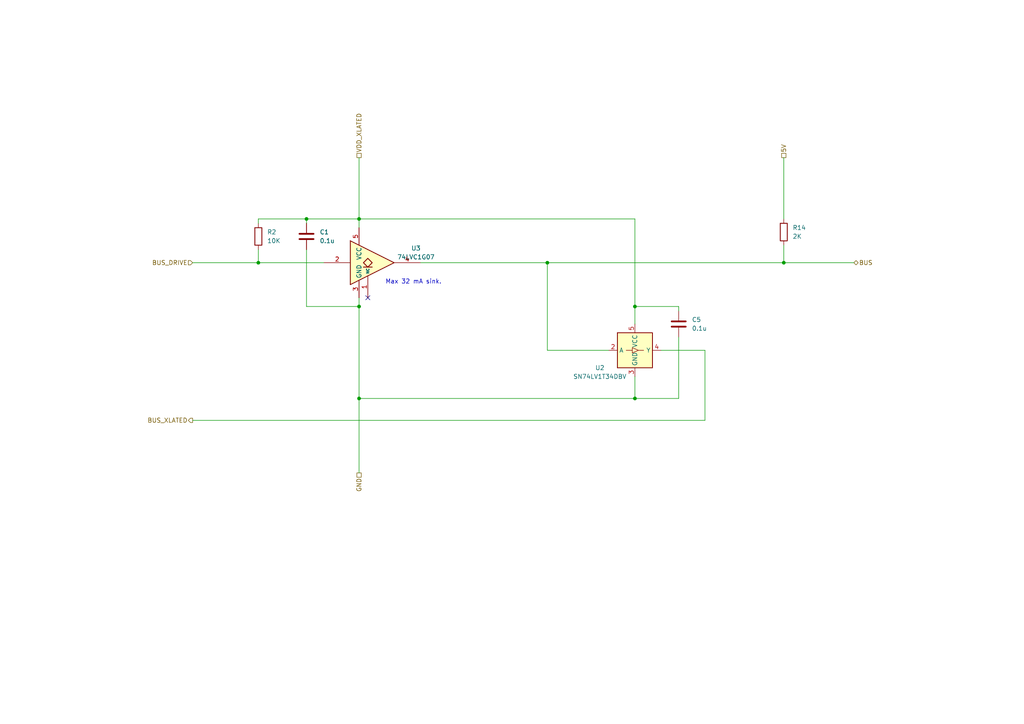
<source format=kicad_sch>
(kicad_sch (version 20230121) (generator eeschema)
  (paper "A4")
  (lib_symbols
    (symbol "74xGxx:74LVC1G07"
      (property "Reference" "U" (at 0 7.62 0))
      (property "Value" "74LVC1G07" (at 3.81 -7.62 0))
      (symbol "74LVC1G07_0_1"
        (polyline (pts (xy -3.81 -1.27) (xy -1.27 -1.27)) (stroke (width 0.254)) (fill (type background)))
        (polyline (pts (xy -7.62 6.35) (xy -7.62 -6.35) (xy 5.08 0) (xy -7.62 6.35)) (stroke (width 0.254)) (fill (type background)))
        (polyline (pts (xy -2.54 1.27) (xy -3.81 0) (xy -2.54 -1.27) (xy -1.27 0) (xy -2.54 1.27)) (stroke (width 0.254)) (fill (type background)))
      )
      (symbol "74LVC1G07_1_1"
        (pin free line (at -2.54 -10.16 90) (length 6.35) (name "NC") (number "1"))
        (pin input line (at -15.24 0 0) (length 7.62) (name "~") (number "2"))
        (pin power_in line (at -5.08 -10.16 90) (length 5.08) (name "GND") (number "3"))
        (pin open_collector line (at 12.7 0 180) (length 7.62) (name "~") (number "4"))
        (pin power_in line (at -5.08 10.16 270) (length 5.08) (name "VCC") (number "5"))
      )
    )
    (symbol "Device:C" (pin_numbers hide) (pin_names (offset 0.254))
      (property "Reference" "C" (at 0.635 2.54 0))
      (property "Value" "C" (at 0.635 -2.54 0))
      (symbol "C_0_1"
        (polyline (pts (xy -2.032 -0.762) (xy 2.032 -0.762)) (stroke (width 0.508)))
        (polyline (pts (xy -2.032 0.762) (xy 2.032 0.762)) (stroke (width 0.508)))
      )
      (symbol "C_1_1"
        (pin passive line (at 0 3.81 270) (length 2.794) (name "~") (number "1"))
        (pin passive line (at 0 -3.81 90) (length 2.794) (name "~") (number "2"))
      )
    )
    (symbol "Device:R" (pin_numbers hide) (pin_names (offset 0))
      (property "Reference" "R" (at 2.032 0 90))
      (property "Value" "R" (at 0 0 90))
      (symbol "R_0_1"
        (rectangle (start -1.016 -2.54) (end 1.016 2.54) (stroke (width 0.254)))
      )
      (symbol "R_1_1"
        (pin passive line (at 0 3.81 270) (length 1.27) (name "~") (number "1"))
        (pin passive line (at 0 -3.81 90) (length 1.27) (name "~") (number "2"))
      )
    )
    (symbol "Logic_LevelTranslator:SN74LV1T34DBV"
      (property "Reference" "U" (at 5.08 6.35 0))
      (property "Value" "SN74LV1T34DBV" (at 5.08 3.81 0))
      (symbol "SN74LV1T34DBV_0_1"
        (rectangle (start -5.08 5.08) (end 5.08 -5.08) (stroke (width 0.254)) (fill (type background)))
        (polyline (pts (xy -0.762 0) (xy -2.54 0)))
        (polyline (pts (xy 1.016 0) (xy 2.54 0)))
      )
      (symbol "SN74LV1T34DBV_1_1"
        (polyline (pts (xy -0.762 -0.762) (xy -0.762 0.762) (xy 1.016 0) (xy -0.762 -0.762)))
        (pin no_connect line (at -5.08 2.54 0) (length 2.54) hide (name "NC") (number "1"))
        (pin input line (at -7.62 0 0) (length 2.54) (name "A") (number "2"))
        (pin power_in line (at 0 -7.62 90) (length 2.54) (name "GND") (number "3"))
        (pin output line (at 7.62 0 180) (length 2.54) (name "Y") (number "4"))
        (pin power_in line (at 0 7.62 270) (length 2.54) (name "VCC") (number "5"))
      )
    )
  )
  (junction (at 158.75 76.2))
  (junction (at 88.9 63.5))
  (junction (at 74.93 76.2))
  (junction (at 184.15 88.9))
  (junction (at 184.15 115.57))
  (junction (at 104.14 88.9))
  (junction (at 227.33 76.2))
  (junction (at 104.14 115.57))
  (junction (at 104.14 63.5))
  (no_connect (at 106.68 86.36))
  (wire (pts (xy 88.9 88.9) (xy 104.14 88.9)))
  (wire (pts (xy 204.47 121.92) (xy 204.47 101.6)))
  (wire (pts (xy 227.33 45.72) (xy 227.33 63.5)))
  (wire (pts (xy 184.15 115.57) (xy 104.14 115.57)))
  (wire (pts (xy 104.14 63.5) (xy 104.14 66.04)))
  (wire (pts (xy 104.14 86.36) (xy 104.14 88.9)))
  (wire (pts (xy 227.33 71.12) (xy 227.33 76.2)))
  (wire (pts (xy 227.33 76.2) (xy 247.65 76.2)))
  (wire (pts (xy 74.93 63.5) (xy 88.9 63.5)))
  (wire (pts (xy 74.93 72.39) (xy 74.93 76.2)))
  (wire (pts (xy 196.85 115.57) (xy 184.15 115.57)))
  (wire (pts (xy 121.92 76.2) (xy 158.75 76.2)))
  (wire (pts (xy 184.15 88.9) (xy 184.15 63.5)))
  (wire (pts (xy 88.9 64.77) (xy 88.9 63.5)))
  (wire (pts (xy 204.47 101.6) (xy 191.77 101.6)))
  (wire (pts (xy 184.15 88.9) (xy 196.85 88.9)))
  (wire (pts (xy 196.85 97.79) (xy 196.85 115.57)))
  (wire (pts (xy 176.53 101.6) (xy 158.75 101.6)))
  (wire (pts (xy 204.47 121.92) (xy 55.88 121.92)))
  (wire (pts (xy 184.15 93.98) (xy 184.15 88.9)))
  (wire (pts (xy 158.75 101.6) (xy 158.75 76.2)))
  (wire (pts (xy 196.85 90.17) (xy 196.85 88.9)))
  (wire (pts (xy 104.14 45.72) (xy 104.14 63.5)))
  (wire (pts (xy 158.75 76.2) (xy 227.33 76.2)))
  (wire (pts (xy 88.9 72.39) (xy 88.9 88.9)))
  (wire (pts (xy 74.93 64.77) (xy 74.93 63.5)))
  (wire (pts (xy 104.14 88.9) (xy 104.14 115.57)))
  (wire (pts (xy 74.93 76.2) (xy 93.98 76.2)))
  (wire (pts (xy 184.15 109.22) (xy 184.15 115.57)))
  (wire (pts (xy 55.88 76.2) (xy 74.93 76.2)))
  (wire (pts (xy 88.9 63.5) (xy 104.14 63.5)))
  (wire (pts (xy 184.15 63.5) (xy 104.14 63.5)))
  (wire (pts (xy 104.14 115.57) (xy 104.14 137.16)))
  (text "Max 32 mA sink." (at 111.76 82.55 0) (effects (font (size 1.27 1.27)) (justify left bottom)))
  (hierarchical_label "BUS_XLATED" (shape output) (at 55.88 121.92 180))
  (hierarchical_label "BUS" (shape bidirectional) (at 247.65 76.2 0))
  (hierarchical_label "BUS_DRIVE" (shape input) (at 55.88 76.2 180))
  (hierarchical_label "5V" (shape passive) (at 227.33 45.72 90))
  (hierarchical_label "GND" (shape passive) (at 104.14 137.16 270))
  (hierarchical_label "VDD_XLATED" (shape passive) (at 104.14 45.72 90))
  (symbol (lib_id "74xGxx:74LVC1G07") (at 109.22 76.2 0) (unit 1)
    (property "Reference" "U3" (at 120.65 72.0091 0))
    (property "Value" "74LVC1G07" (at 120.65 74.5491 0))
    (property "Datasheet" "https://www.ti.com/lit/ds/symlink/sn74lvc1g07.pdf" (effects hide))
    (instances (project "pdp11_front_panel" (path "" (reference "U3") (unit 1)) (path "" (reference "U4") (unit 1)) (path "" (reference "U9") (unit 1)) (path "" (reference "U6") (unit 1))))
  )
  (symbol (lib_id "Device:C") (at 88.9 68.58 0) (unit 1)
    (property "Reference" "C1" (at 92.71 67.31 0) (effects (justify left)))
    (property "Value" "0.1u" (at 92.71 69.85 0) (effects (justify left)))
    (instances (project "pdp11_front_panel" (path "" (reference "C1") (unit 1)) (path "" (reference "C6") (unit 1)) (path "" (reference "C3") (unit 1))))
  )
  (symbol (lib_id "Device:R") (at 74.93 68.58 0) (unit 1)
    (property "Reference" "R2" (at 77.47 67.31 0) (effects (justify left)))
    (property "Value" "10K" (at 77.47 69.85 0) (effects (justify left)))
    (instances (project "pdp11_front_panel" (path "" (reference "R2") (unit 1)) (path "" (reference "R15") (unit 1)) (path "" (reference "R12") (unit 1))))
  )
  (symbol (lib_id "Device:C") (at 196.85 93.98 0) (unit 1)
    (property "Reference" "C5" (at 200.66 92.71 0) (effects (justify left)))
    (property "Value" "0.1u" (at 200.66 95.25 0) (effects (justify left)))
    (instances (project "pdp11_front_panel" (path "" (reference "C5") (unit 1)) (path "" (reference "C7") (unit 1)) (path "" (reference "C4") (unit 1))))
  )
  (symbol (lib_id "Device:R") (at 227.33 67.31 0) (unit 1)
    (property "Reference" "R14" (at 229.87 66.04 0) (effects (justify left)))
    (property "Value" "2K" (at 229.87 68.58 0) (effects (justify left)))
    (instances (project "pdp11_front_panel" (path "" (reference "R14") (unit 1)) (path "" (reference "R16") (unit 1)) (path "" (reference "R13") (unit 1))))
  )
  (symbol (lib_id "Logic_LevelTranslator:SN74LV1T34DBV") (at 184.15 101.6 0) (unit 1)
    (property "Reference" "U2" (at 173.99 106.68 0))
    (property "Value" "SN74LV1T34DBV" (at 173.99 109.22 0))
    (property "Footprint" "Package_TO_SOT_SMD:SOT-23-5" (effects hide))
    (property "Datasheet" "https://www.ti.com/lit/ds/symlink/sn74lv1t34.pdf" (effects hide))
    (instances (project "pdp11_front_panel" (path "" (reference "U2") (unit 1)) (path "" (reference "U8") (unit 1)) (path "" (reference "U10") (unit 1)) (path "" (reference "U7") (unit 1))))
  )
)
</source>
